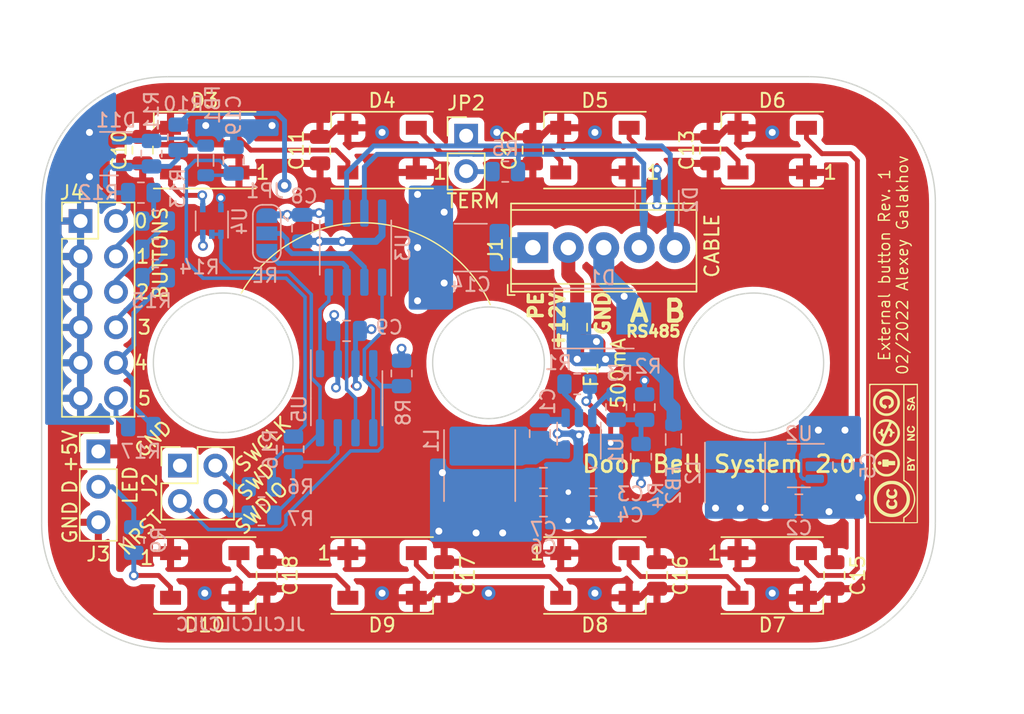
<source format=kicad_pcb>
(kicad_pcb (version 20211014) (generator pcbnew)
  (layers (0 "F.Cu" signal) (1 "In1.Cu" signal) (2 "In2.Cu" signal) (31 "B.Cu" signal) (34 "B.Paste" user) (35 "F.Paste" user) (36 "B.SilkS" user "B.Silkscreen") (37 "F.SilkS" user "F.Silkscreen") (38 "B.Mask" user) (39 "F.Mask" user) (44 "Edge.Cuts" user))
  (net 0 "")
  (net 1 "Net-(C1-Pad1)")
  (net 2 "/SWU1")
  (net 3 "+5VP")
  (net 4 "GND")
  (net 5 "/+12V_FUSED")
  (net 6 "/+12V")
  (net 7 "/NRST")
  (net 8 "/SWCLK")
  (net 9 "/SWDIO")
  (net 10 "/LED")
  (net 11 "/RTS")
  (net 12 "/~{RE}")
  (net 13 "/SWU2")
  (net 14 "Net-(R1-Pad2)")
  (net 15 "Net-(R2-Pad2)")
  (net 16 "Net-(R3-Pad1)")
  (net 17 "Net-(R6-Pad1)")
  (net 18 "/BUTTONS")
  (net 19 "/TXD")
  (net 20 "/RXD")
  (net 21 "VCC")
  (net 22 "Net-(D3-Pad2)")
  (net 23 "Net-(D5-Pad2)")
  (net 24 "Net-(D4-Pad2)")
  (net 25 "/PE")
  (net 26 "Net-(D7-Pad2)")
  (net 27 "Net-(D8-Pad2)")
  (net 28 "Net-(D10-Pad2)")
  (net 29 "Net-(D10-Pad4)")
  (net 30 "Net-(D6-Pad2)")
  (net 31 "/RS485_P")
  (net 32 "/RS485_N")
  (net 33 "/LEDDATA")
  (net 34 "/B0")
  (net 35 "/B1")
  (net 36 "/B2")
  (net 37 "/B3")
  (net 38 "/B4")
  (net 39 "/B5")
  (net 40 "Net-(R16-Pad2)")
  (net 41 "Net-(D1-Pad1)")
  (net 42 "Net-(D11-Pad1)")
  (net 43 "Net-(JP2-Pad2)")
  (footprint "LED_SMD:LED_WS2812B_PLCC4_5.0x5.0mm_P3.2mm" (layer "F.Cu") (at 160.62 115.26 180)
    (fp_text reference "D5")
    (fp_text value "WS2812B")
  )
  (footprint "TerminalBlock_Phoenix:TerminalBlock_Phoenix_MPT-0,5-5-2.54_1x05_P2.54mm_Horizontal" (layer "F.Cu") (at 156.175 122.245)
    (fp_text reference "J1")
    (fp_text value "CABLE")
  )
  (footprint "LED_SMD:LED_WS2812B_PLCC4_5.0x5.0mm_P3.2mm" (layer "F.Cu") (at 173.32 115.26 180)
    (fp_text reference "D6")
    (fp_text value "WS2812B")
  )
  (footprint "Capacitor_SMD:C_0805_2012Metric" (layer "F.Cu") (at 168.875 115.26 90)
    (fp_text reference "C13")
    (fp_text value "100n")
  )
  (footprint "LED_SMD:LED_WS2812B_PLCC4_5.0x5.0mm_P3.2mm" (layer "F.Cu") (at 145.38 115.26 180)
    (fp_text reference "D4")
    (fp_text value "WS2812B")
  )
  (footprint "Capacitor_SMD:C_0805_2012Metric" (layer "F.Cu") (at 156.175 115.26 90)
    (fp_text reference "C12")
    (fp_text value "100n")
  )
  (footprint "Capacitor_SMD:C_0805_2012Metric" (layer "F.Cu") (at 177.765 145.74 -90)
    (fp_text reference "C15")
    (fp_text value "100n")
  )
  (footprint "Capacitor_SMD:C_0805_2012Metric" (layer "F.Cu") (at 165.065 145.74 -90)
    (fp_text reference "C16")
    (fp_text value "100n")
  )
  (footprint "Fuse:Fuse_0805_2012Metric_Pad1.15x1.40mm_HandSolder" (layer "F.Cu") (at 159.35 127.951 -90)
    (fp_text reference "F1")
    (fp_text value "500mA")
  )
  (footprint "Capacitor_SMD:C_0805_2012Metric" (layer "F.Cu") (at 128.235 115.26 90)
    (fp_text reference "C10")
    (fp_text value "100n")
  )
  (footprint "LED_SMD:LED_WS2812B_PLCC4_5.0x5.0mm_P3.2mm" (layer "F.Cu") (at 145.38 145.74)
    (fp_text reference "D9")
    (fp_text value "WS2812B")
  )
  (footprint "w_logo:Logo_silk_CC-BY-NC-SA_10x3.6mm" (layer "F.Cu") (at 182 137 90)
    (fp_text reference "G***" hide)
    (fp_text value "LOGO" hide)
  )
  (footprint "Connector_PinHeader_2.54mm:PinHeader_1x03_P2.54mm_Vertical" (layer "F.Cu") (at 125.06 136.85)
    (fp_text reference "J3")
    (fp_text value "LED")
  )
  (footprint "Capacitor_SMD:C_0805_2012Metric" (layer "F.Cu") (at 137.125 145.74 -90)
    (fp_text reference "C18")
    (fp_text value "100n")
  )
  (footprint "LED_SMD:LED_WS2812B_PLCC4_5.0x5.0mm_P3.2mm" (layer "F.Cu") (at 132.68 115.26 180)
    (fp_text reference "D3")
    (fp_text value "WS2812B")
  )
  (footprint "LED_SMD:LED_WS2812B_PLCC4_5.0x5.0mm_P3.2mm" (layer "F.Cu") (at 173.32 145.74)
    (fp_text reference "D7")
    (fp_text value "WS2812B")
  )
  (footprint "Capacitor_SMD:C_0805_2012Metric" (layer "F.Cu") (at 140.935 115.26 90)
    (fp_text reference "C11")
    (fp_text value "100n")
  )
  (footprint "Connector_PinHeader_2.54mm:PinHeader_2x06_P2.54mm_Vertical" (layer "F.Cu") (at 123.785 120.34)
    (fp_text reference "J4")
    (fp_text value "BUTTONS")
  )
  (footprint "Capacitor_SMD:C_0805_2012Metric" (layer "F.Cu") (at 149.825 145.74 -90)
    (fp_text reference "C17")
    (fp_text value "100n")
  )
  (footprint "Connector_PinHeader_2.54mm:PinHeader_1x02_P2.54mm_Vertical" (layer "F.Cu") (at 151.4 114.225)
    (fp_text reference "JP2")
    (fp_text value "TERM")
  )
  (footprint "Connector_PinHeader_2.54mm:PinHeader_2x02_P2.54mm_Vertical" (layer "F.Cu") (at 130.902 137.866)
    (fp_text reference "J2")
    (fp_text value "SWD")
  )
  (footprint "LED_SMD:LED_WS2812B_PLCC4_5.0x5.0mm_P3.2mm" (layer "F.Cu") (at 160.62 145.74)
    (fp_text reference "D8")
    (fp_text value "WS2812B")
  )
  (footprint "LED_SMD:LED_WS2812B_PLCC4_5.0x5.0mm_P3.2mm" (layer "F.Cu") (at 132.68 145.74)
    (fp_text reference "D10")
    (fp_text value "WS2812B")
  )
  (footprint "Package_TO_SOT_SMD:SOT-353_SC-70-5" (layer "B.Cu") (at 133.188 120.34 90)
    (fp_text reference "U4")
    (fp_text value "74AHCT1G08")
  )
  (footprint "Inductor_SMD:L_0805_2012Metric" (layer "B.Cu") (at 132.75 116 -90)
    (fp_text reference "FB1")
    (fp_text value "FerriteBead" hide)
  )
  (footprint "Resistor_SMD:R_0805_2012Metric" (layer "B.Cu") (at 130.775 114.3475 -90)
    (fp_text reference "R10")
    (fp_text value "10k")
  )
  (footprint "Resistor_SMD:R_0805_2012Metric" (layer "B.Cu") (at 146.777 131.262 90)
    (fp_text reference "R8")
    (fp_text value "10k")
  )
  (footprint "Resistor_SMD:R_0805_2012Metric" (layer "B.Cu") (at 162.144 133.675 -90)
    (fp_text reference "R3")
    (fp_text value "59k")
  )
  (footprint "Package_TO_SOT_SMD:SOT-23" (layer "B.Cu") (at 125.822 115.514 180)
    (fp_text reference "D11")
    (fp_text value "PESD3V3S2UT")
  )
  (footprint "Resistor_SMD:R_0805_2012Metric" (layer "B.Cu") (at 129.124 124.404)
    (fp_text reference "R15")
    (fp_text value "2k4")
  )
  (footprint "Package_SO:SOIC-8_3.9x4.9mm_P1.27mm" (layer "B.Cu") (at 143.475 122.245 90)
    (fp_text reference "U3")
    (fp_text value "SP3485CN")
  )
  (footprint "Resistor_SMD:R_0805_2012Metric" (layer "B.Cu") (at 127.6 143.2 -90)
    (fp_text reference "R9")
    (fp_text value "470")
  )
  (footprint "Package_TO_SOT_SMD:SOT-23" (layer "B.Cu") (at 165.065 118.816 90)
    (fp_text reference "D2")
    (fp_text value "ESDCAN02")
  )
  (footprint "Capacitor_SMD:C_0805_2012Metric" (layer "B.Cu") (at 156.937 138.755)
    (fp_text reference "C7")
    (fp_text value "22µ")
  )
  (footprint "Resistor_SMD:R_0805_2012Metric" (layer "B.Cu") (at 128.87 115.514 -90)
    (fp_text reference "R11")
    (fp_text value "10k")
  )
  (footprint "Resistor_SMD:R_0805_2012Metric" (layer "B.Cu") (at 136.744 141.422 180)
    (fp_text reference "R7")
    (fp_text value "100")
  )
  (footprint "Resistor_SMD:R_0805_2012Metric" (layer "B.Cu") (at 136.744 139.39 180)
    (fp_text reference "R6")
    (fp_text value "100")
  )
  (footprint "Capacitor_SMD:C_0805_2012Metric" (layer "B.Cu") (at 134.75 116 -90)
    (fp_text reference "C19")
    (fp_text value "10n")
  )
  (footprint "Resistor_SMD:R_0805_2012Metric" (layer "B.Cu") (at 128.108 118.308)
    (fp_text reference "R12")
    (fp_text value "1k1")
  )
  (footprint "Capacitor_SMD:C_0805_2012Metric" (layer "B.Cu") (at 160.493 140.787 180)
    (fp_text reference "C4")
    (fp_text value "22µ 25V")
  )
  (footprint "Resistor_SMD:R_0805_2012Metric" (layer "B.Cu") (at 164.176 133.675 -90)
    (fp_text reference "R2")
    (fp_text value "40k2")
  )
  (footprint "Inductor_SMD:L_Coilcraft_XxL4030" (layer "B.Cu") (at 170.653 138.374 -90)
    (fp_text reference "L2")
    (fp_text value "10µ")
  )
  (footprint "Inductor_SMD:L_Taiyo-Yuden_NR-50xx" (layer "B.Cu") (at 152.365 137.866 -90)
    (fp_text reference "L1")
    (fp_text value "6µ8")
  )
  (footprint "Resistor_SMD:R_0805_2012Metric" (layer "B.Cu") (at 159.35 132.024 180)
    (fp_text reference "R1")
    (fp_text value "100k")
  )
  (footprint "Diode_SMD:D_SMB" (layer "B.Cu") (at 161.255 127.325)
    (fp_text reference "D1")
    (fp_text value "SM6T18A")
  )
  (footprint "Jumper:SolderJumper-3_P1.3mm_Open_RoundedPad1.0x1.5mm" (layer "B.Cu") (at 137.125 121.229 -90)
    (fp_text reference "JP1")
    (fp_text value "RE")
  )
  (footprint "Resistor_SMD:R_0805_2012Metric" (layer "B.Cu") (at 129.124 120.34)
    (fp_text reference "R13")
    (fp_text value "1k3")
  )
  (footprint "Inductor_SMD:L_0805_2012Metric" (layer "B.Cu") (at 166.25 136 -90)
    (fp_text reference "FB2")
    (fp_text value "FerriteBead" hide)
  )
  (footprint "Capacitor_SMD:C_0805_2012Metric" (layer "B.Cu") (at 175.225 140.66)
    (fp_text reference "C2")
    (fp_text value "22µ")
  )
  (footprint "Capacitor_SMD:C_0805_2012Metric" (layer "B.Cu") (at 139.665 120.848 -90)
    (fp_text reference "C8")
    (fp_text value "100n")
  )
  (footprint "Capacitor_SMD:C_0805_2012Metric" (layer "B.Cu") (at 156.937 140.787)
    (fp_text reference "C6")
    (fp_text value "22µ")
  )
  (footprint "Capacitor_SMD:C_1812_4532Metric" (layer "B.Cu") (at 151.73 122.245)
    (fp_text reference "C14")
    (fp_text value "Y")
  )
  (footprint "Resistor_SMD:R_0805_2012Metric" (layer "B.Cu") (at 128.108 135.072 180)
    (fp_text reference "R17")
    (fp_text value "3k3")
  )
  (footprint "Capacitor_SMD:C_0805_2012Metric" (layer "B.Cu") (at 142.84 128.214 180)
    (fp_text reference "C9")
    (fp_text value "100n")
  )
  (footprint "Package_TO_SOT_SMD:SOT-23-5" (layer "B.Cu") (at 175.225 137.866 180)
    (fp_text reference "U2")
    (fp_text value "TPS62203DBV")
  )
  (footprint "Capacitor_SMD:C_0805_2012Metric" (layer "B.Cu") (at 156.683 135.58 -90)
    (fp_text reference "C1")
    (fp_text value "1µ")
  )
  (footprint "Package_TO_SOT_SMD:TSOT-23-6" (layer "B.Cu") (at 159.477 135.58 90)
    (fp_text reference "U1")
    (fp_text value "AP65111AWU")
  )
  (footprint "Package_SO:SOIC-8_3.9x4.9mm_P1.27mm" (layer "B.Cu") (at 142.84 133.04 -90)
    (fp_text reference "U5")
    (fp_text value "STM32G030J")
  )
  (footprint "Capacitor_SMD:C_0805_2012Metric" (layer "B.Cu") (at 178.4 137.866 -90)
    (fp_text reference "C5")
    (fp_text value "22µ")
  )
  (footprint "Capacitor_SMD:C_0805_2012Metric" (layer "B.Cu") (at 160.493 138.755 180)
    (fp_text reference "C3")
    (fp_text value "22µ 25V")
  )
  (footprint "Resistor_SMD:R_0805_2012Metric" (layer "B.Cu") (at 139.03 136.6995 -90)
    (fp_text reference "R16")
    (fp_text value "10k")
  )
  (footprint "Resistor_SMD:R_0805_2012Metric" (layer "B.Cu") (at 163.922 137.231 -90)
    (fp_text reference "R4")
    (fp_text value "7k68")
  )
  (footprint "Resistor_SMD:R_0805_2012Metric" (layer "B.Cu") (at 129.124 122.372)
    (fp_text reference "R14")
    (fp_text value "1k8")
  )
  (footprint "Resistor_SMD:R_0805_2012Metric" (layer "B.Cu") (at 154.2 116.8)
    (fp_text reference "R5")
    (fp_text value "120")
  )
  (gr_arc (start 135.300001 125.5) (mid 144.468269 120.475195) (end 153.12821 126.332774) (layer "F.SilkS") (width 0.1))
  (gr_line locked (start 130 110) (end 176 110) (layer "Edge.Cuts") (width 0.1))
  (gr_circle locked (center 134 130.5) (end 134 125.5) (layer "Edge.Cuts") (width 0.1) (fill none))
  (gr_circle locked (center 172 130.5) (end 172 125.5) (layer "Edge.Cuts") (width 0.1) (fill none))
  (gr_arc locked (start 130 151) (mid 123.636039 148.363961) (end 121 142) (layer "Edge.Cuts") (width 0.1))
  (gr_arc locked (start 176 110) (mid 182.363961 112.636039) (end 185 119) (layer "Edge.Cuts") (width 0.1))
  (gr_line locked (start 121 119) (end 121 142) (layer "Edge.Cuts") (width 0.1))
  (gr_line locked (start 176 151) (end 130 151) (layer "Edge.Cuts") (width 0.1))
  (gr_circle locked (center 153 130.5) (end 153 126.5) (layer "Edge.Cuts") (width 0.1) (fill none))
  (gr_arc locked (start 185 142) (mid 182.363961 148.363961) (end 176 151) (layer "Edge.Cuts") (width 0.1))
  (gr_arc locked (start 121 119) (mid 123.636039 112.636039) (end 130 110) (layer "Edge.Cuts") (width 0.1))
  (gr_line locked (start 185 119) (end 185 142) (layer "Edge.Cuts") (width 0.1))
  (gr_text "JLCJLCJLCJLC" (at 135.25 149.25) (layer "B.SilkS") (effects (font (size 0.9 0.9) (thickness 0.16)) (justify mirror)))
  (gr_text "GND" (at 128.997 135.961 45) (layer "F.SilkS") (effects (font (size 1 1))))
  (gr_text "A" (at 163.795 126.8) (layer "F.SilkS") (effects (font (size 1.5 1.5) (thickness 0.3))))
  (gr_text "1" (at 128.235 122.88) (layer "F.SilkS") (effects (font (size 1 1))))
  (gr_text "RS485" (at 164.8 128.25) (layer "F.SilkS") (effects (font (size 0.8 0.8) (thickness 0.2))))
  (gr_text "GND" (at 123.028 141.93 90) (layer "F.SilkS") (effects (font (size 1 1))))
  (gr_text "4" (at 128.108 130.5) (layer "F.SilkS") (effects (font (size 1 1))))
  (gr_text "NRST" (at 128.108 142.692 45) (layer "F.SilkS") (effects (font (size 1 1))))
  (gr_text "GND" (at 161.2 126.95 90) (layer "F.SilkS") (effects (font (size 1 1) (thickness 0.25))))
  (gr_text "PE" (at 156.4 126.4 90) (layer "F.SilkS") (effects (font (size 1 1) (thickness 0.25))))
  (gr_text "0" (at 128.108 120.34) (layer "F.SilkS") (effects (font (size 1 1))))
  (gr_text "+12V" (at 157.95 127.5 90) (layer "F.SilkS") (effects (font (size 1 1) (thickness 0.25))))
  (gr_text "External button Rev. 1\n02/2022 Alexey Galakhov" (at 182 123.5 90) (layer "F.SilkS") (effects (font (size 0.8 0.8) (thickness 0.1))))
  (gr_text "Door Bell System 2.0\n" (at 169.5 137.75) (layer "F.SilkS") (effects (font (size 1.2 1.2) (thickness 0.2))))
  (gr_text "+5V" (at 123.028 136.85 90) (layer "F.SilkS") (effects (font (size 1 1))))
  (gr_text "SWDIO" (at 136.744 140.914 45) (layer "F.SilkS") (effects (font (size 1 1))))
  (gr_text "3" (at 128.362 127.96) (layer "F.SilkS") (effects (font (size 1 1))))
  (gr_text "B" (at 166.335 126.8) (layer "F.SilkS") (effects (font (size 1.5 1.5) (thickness 0.3))))
  (gr_text "2" (at 128.235 125.42) (layer "F.SilkS") (effects (font (size 1 1))))
  (gr_text "5" (at 128.362 133.04) (layer "F.SilkS") (effects (font (size 1 1))))
  (gr_text "D" (at 123.028 139.39 90) (layer "F.SilkS") (effects (font (size 1 1))))
  (gr_text "SWCLK" (at 136.871 136.342 45) (layer "F.SilkS") (effects (font (size 1 1))))
  (segment (start 158.3395 134.63) (end 158.527 134.4425) (width 0.5) (layer "B.Cu") (net 1))
  (segment (start 156.683 134.63) (end 158.3395 134.63) (width 0.5) (layer "B.Cu") (net 1))
  (segment (start 125.06 136.85) (end 127.6 136.85) (width 1) (layer "F.Cu") (net 3))
  (via (at 152.111 142.692) (size 1) (drill 0.5) (layers "F.Cu" "B.Cu") (net 3))
  (via (at 133.823 118.689) (size 0.7) (drill 0.4) (layers "F.Cu" "B.Cu") (net 3))
  (via (at 164.176 131.77) (size 0.7) (drill 0.4) (layers "F.Cu" "B.Cu") (net 3))
  (via (at 154.016 142.692) (size 1) (drill 0.5) (layers "F.Cu" "B.Cu") (net 3))
  (via (at 149.698 138.374) (size 1) (drill 0.5) (layers "F.Cu" "B.Cu") (net 3))
  (via (at 178.527 135.326) (size 1) (drill 0.5) (layers "F.Cu" "B.Cu") (net 3))
  (via (at 176.622 135.326) (size 1) (drill 0.5) (layers "F.Cu" "B.Cu") (net 3))
  (via (at 149.444 142.565) (size 1) (drill 0.5) (layers "F.Cu" "B.Cu") (net 3))
  (segment (start 175.54 138.816) (end 175.352 138.628) (width 0.25) (layer "B.Cu") (net 3))
  (segment (start 176.3625 138.816) (end 175.54 138.816) (width 0.25) (layer "B.Cu") (net 3))
  (segment (start 175.352 137.104) (end 175.54 136.916) (width 0.25) (layer "B.Cu") (net 3))
  (segment (start 175.54 136.916) (end 176.3625 136.916) (width 0.25) (layer "B.Cu") (net 3))
  (segment (start 175.352 138.628) (end 175.352 137.104) (width 0.25) (layer "B.Cu") (net 3))
  (segment (start 164.176 132.7625) (end 164.176 131.77) (width 0.35) (layer "B.Cu") (net 3))
  (segment (start 133.838 118.704) (end 133.823 118.689) (width 0.25) (layer "B.Cu") (net 3))
  (segment (start 133.838 119.39) (end 133.838 118.704) (width 0.25) (layer "B.Cu") (net 3))
  (segment (start 177.201 146.685) (end 177.77 146.685) (width 0.5) (layer "F.Cu") (net 4))
  (segment (start 135.13 147.34) (end 135.906 147.34) (width 0.5) (layer "F.Cu") (net 4))
  (segment (start 148.733 147.34) (end 149.383 146.69) (width 0.5) (layer "F.Cu") (net 4))
  (segment (start 170.865 113.665) (end 170.089 113.665) (width 0.5) (layer "F.Cu") (net 4))
  (segment (start 163.851 147.335) (end 164.501 146.685) (width 0.5) (layer "F.Cu") (net 4))
  (segment (start 130.225 113.665) (end 129.449 113.665) (width 0.5) (layer "F.Cu") (net 4))
  (segment (start 149.383 146.69) (end 149.952 146.69) (width 0.5) (layer "F.Cu") (net 4))
  (segment (start 147.957 147.34) (end 148.733 147.34) (width 0.5) (layer "F.Cu") (net 4))
  (segment (start 128.799 114.315) (end 128.23 114.315) (width 0.5) (layer "F.Cu") (net 4))
  (segment (start 176.551 147.335) (end 177.201 146.685) (width 0.5) (layer "F.Cu") (net 4))
  (segment (start 163.075 147.335) (end 163.851 147.335) (width 0.5) (layer "F.Cu") (net 4))
  (segment (start 169.439 114.315) (end 168.87 114.315) (width 0.5) (layer "F.Cu") (net 4))
  (segment (start 135.906 147.34) (end 136.556 146.69) (width 0.5) (layer "F.Cu") (net 4))
  (segment (start 141.499 114.315) (end 140.93 114.315) (width 0.5) (layer "F.Cu") (net 4))
  (segment (start 129.449 113.665) (end 128.799 114.315) (width 0.5) (layer "F.Cu") (net 4))
  (segment (start 157.389 113.665) (end 156.739 114.315) (width 0.5) (layer "F.Cu") (net 4))
  (segment (start 158.165 113.665) (end 157.389 113.665) (width 0.5) (layer "F.Cu") (net 4))
  (segment (start 156.739 114.315) (end 156.17 114.315) (width 0.5) (layer "F.Cu") (net 4))
  (segment (start 136.556 146.69) (end 137.125 146.69) (width 0.5) (layer "F.Cu") (net 4))
  (segment (start 175.775 147.335) (end 176.551 147.335) (width 0.5) (layer "F.Cu") (net 4))
  (segment (start 170.089 113.665) (end 169.439 114.315) (width 0.5) (layer "F.Cu") (net 4))
  (segment (start 142.925 113.665) (end 142.149 113.665) (width 0.5) (layer "F.Cu") (net 4))
  (segment (start 164.501 146.685) (end 165.07 146.685) (width 0.5) (layer "F.Cu") (net 4))
  (segment (start 142.149 113.665) (end 141.499 114.315) (width 0.5) (layer "F.Cu") (net 4))
  (via (at 173.32 147.01) (size 1) (drill 0.5) (layers "F.Cu" "B.Cu") (net 4))
  (via (at 162.7155 125.7375) (size 1) (drill 0.5) (layers "F.Cu" "B.Cu") (net 4))
  (via (at 173.32 113.99) (size 1) (drill 0.5) (layers "F.Cu" "B.Cu") (net 4))
  (via (at 160.62 113.99) (size 1) (drill 0.5) (layers "F.Cu" "B.Cu") (net 4))
  (via (at 179.5285 140.152) (size 1) (drill 0.5) (layers "F.Cu" "B.Cu") (net 4))
  (via (at 177.384 141.168) (size 1) (drill 0.5) (layers "F.Cu" "B.Cu") (net 4))
  (via (at 158.715 141.803) (size 0.7) (drill 0.4) (layers "F.Cu" "B.Cu") (net 4))
  (via (at 124.425 113.99) (size 1) (drill 0.5) (layers "F.Cu" "B.Cu") (net 4))
  (via (at 145.38 147.01) (size 1) (drill 0.5) (layers "F.Cu" "B.Cu") (net 4))
  (via (at 132.68 147.01) (size 1) (drill 0.5) (layers "F.Cu" "B.Cu") (net 4))
  (via (at 163.922 139.136) (size 0.7) (drill 0.4) (layers "F.Cu" "B.Cu") (net 4))
  (via (at 147.92 122.245) (size 1) (drill 0.5) (layers "F.Cu" "B.Cu") (net 4))
  (via (at 145.38 113.99) (size 1) (drill 0.5) (layers "F.Cu" "B.Cu") (net 4))
  (via (at 149.825 124.785) (size 1) (drill 0.5) (layers "F.Cu" "B.Cu") (net 4))
  (via (at 132.553 122.118) (size 0.7) (drill 0.4) (layers "F.Cu" "B.Cu") (net 4))
  (via (at 160.239 141.93) (size 0.7) (drill 0.4) (layers "F.Cu" "B.Cu") (net 4))
  (via (at 165.065 119.197) (size 0.7) (drill 0.4) (layers "F.Cu" "B.Cu") (net 4))
  (via (at 137.5 113.5) (size 1) (drill 0.5) (layers "F.Cu" "B.Cu") (net 4))
  (via (at 160.62 147.01) (size 1) (drill 0.5) (layers "F.Cu" "B.Cu") (net 4))
  (via (at 147.92 126.055) (size 1) (drill 0.5) (layers "F.Cu" "B.Cu") (net 4))
  (via (at 147.92 118.435) (size 1) (drill 0.5) (layers "F.Cu" "B.Cu") (net 4))
  (via (at 157.953 135.58) (size 0.7) (drill 0.4) (layers "F.Cu" "B.Cu") (net 4))
  (via (at 153 147.01) (size 1) (drill 0.5) (layers "F.Cu" "B.Cu") (net 4))
  (via (at 143.572788 132.153138) (size 0.7) (drill 0.4) (layers "F.Cu" "B.Cu") (net 4))
  (via (at 149.825 119.705) (size 1) (drill 0.5) (layers "F.Cu" "B.Cu") (net 4))
  (via (at 165.065 116.657) (size 0.7) (drill 0.4) (layers "F.Cu" "B.Cu") (net 4))
  (via (at 124.425 117.165) (size 1) (drill 0.5) (layers "F.Cu" "B.Cu") (net 4))
  (via (at 144.618 128.087) (size 0.7) (drill 0.4) (layers "F.Cu" "B.Cu") (net 4))
  (via (at 140.87 119.77) (size 0.7) (drill 0.4) (layers "F.Cu" "B.Cu") (net 4))
  (via (at 159.477 135.707) (size 0.7) (drill 0.4) (layers "F.Cu" "B.Cu") (net 4))
  (via (at 138.583 119.898) (size 0.7) (drill 0.4) (layers "F.Cu" "B.Cu") (net 4))
  (via (at 132.75 113.5) (size 1) (drill 0.5) (layers "F.Cu" "B.Cu") (net 4))
  (via (at 158.715 139.771) (size 0.7) (drill 0.4) (layers "F.Cu" "B.Cu") (net 4))
  (via (at 153.6 113.99) (size 1) (drill 0.5) (layers "F.Cu" "B.Cu") (net 4))
  (segment (start 163.405 126.427) (end 163.405 127.325) (width 1.5) (layer "B.Cu") (net 4))
  (segment (start 139.665 119.898) (end 138.583 119.898) (width 0.5) (layer "B.Cu") (net 4))
  (segment (start 141.57 119.77) (end 140.87 119.77) (width 0.5) (layer "B.Cu") (net 4))
  (segment (start 143.475 130.565) (end 143.475 132.05535) (width 0.35) (layer "B.Cu") (net 4))
  (segment (start 143.475 132.05535) (end 143.572788 132.153138) (width 0.35) (layer "B.Cu") (net 4))
  (segment (start 161.255 124.277) (end 162.7155 125.7375) (width 1.5) (layer "B.Cu") (net 4))
  (segment (start 132.538 122.103) (end 132.553 122.118) (width 0.35) (layer "B.Cu") (net 4))
  (segment (start 143.475 130.565) (end 143.475 128.529) (width 0.35) (layer "B.Cu") (net 4))
  (segment (start 161.255 122.245) (end 161.255 124.277) (width 1.5) (layer "B.Cu") (net 4))
  (segment (start 138.583 119.898) (end 137.156 119.898) (width 0.5) (layer "B.Cu") (net 4))
  (segment (start 140.87 119.77) (end 139.793 119.77) (width 0.5) (layer "B.Cu") (net 4))
  (segment (start 137.156 119.898) (end 137.125 119.929) (width 0.5) (layer "B.Cu") (net 4))
  (segment (start 165.065 117.4975) (end 165.065 119.197) (width 0.5) (layer "B.Cu") (net 4))
  (segment (start 162.7155 125.7375) (end 163.405 126.427) (width 1.5) (layer "B.Cu") (net 4))
  (segment (start 143.475 128.529) (end 143.79 128.214) (width 0.35) (layer "B.Cu") (net 4))
  (segment (start 132.538 121.29) (end 132.538 122.103) (width 0.35) (layer "B.Cu") (net 4))
  (segment (start 165.065 117.8785) (end 165.065 116.657) (width 0.5) (layer "B.Cu") (net 4))
  (segment (start 144.491 128.214) (end 144.618 128.087) (width 0.35) (layer "B.Cu") (net 4))
  (segment (start 163.922 138.1435) (end 163.922 139.136) (width 0.35) (layer "B.Cu") (net 4))
  (segment (start 139.793 119.77) (end 139.665 119.898) (width 0.5) (layer "B.Cu") (net 4))
  (segment (start 143.79 128.214) (end 144.491 128.214) (width 0.35) (layer "B.Cu") (net 4))
  (segment (start 161.75 135) (end 161.75 136.25) (width 0.35) (layer "F.Cu") (net 5))
  (segment (start 160 133.25) (end 161.75 135) (width 0.35) (layer "F.Cu") (net 5))
  (via (at 160 133.25) (size 0.7) (drill 0.4) (layers "F.Cu" "B.Cu") (net 5))
  (via (at 161.75 136.25) (size 0.7) (drill 0.4) (layers "F.Cu" "B.Cu") (net 5))
  (segment (start 161.89 140.914) (end 164.684 140.914) (width 1) (layer "B.Cu") (net 5))
  (segment (start 164.684 140.914) (end 166.25 139.348) (width 1) (layer "B.Cu") (net 5))
  (segment (start 160.2625 132.024) (end 160.2625 132.9875) (width 0.35) (layer "B.Cu") (net 5))
  (segment (start 160.2625 132.9875) (end 160 133.25) (width 0.35) (layer "B.Cu") (net 5))
  (segment (start 166.25 139.348) (end 166.25 137.0625) (width 1) (layer "B.Cu") (net 5))
  (segment (start 158.715 124.15) (end 158.715 122.245) (width 1) (layer "F.Cu") (net 6))
  (segment (start 159.35 126.926) (end 159.35 124.785) (width 1) (layer "F.Cu") (net 6))
  (segment (start 159.35 124.785) (end 158.715 124.15) (width 1) (layer "F.Cu") (net 6))
  (segment (start 146.777 132.1745) (end 145.285806 132.1745) (width 0.35) (layer "B.Cu") (net 7))
  (segment (start 130.902 140.406) (end 132.94252 142.44652) (width 0.25) (layer "B.Cu") (net 7))
  (segment (start 138.49352 142.109973) (end 138.49352 141.45048) (width 0.25) (layer "B.Cu") (net 7))
  (segment (start 145.36952 132.258214) (end 145.285806 132.1745) (width 0.25) (layer "B.Cu") (net 7))
  (segment (start 144.745 131.633694) (end 144.745 130.565) (width 0.35) (layer "B.Cu") (net 7))
  (segment (start 145.285806 132.1745) (end 144.745 131.633694) (width 0.35) (layer "B.Cu") (net 7))
  (segment (start 138.156973 142.44652) (end 138.49352 142.109973) (width 0.25) (layer "B.Cu") (net 7))
  (segment (start 145.36952 136.536552) (end 145.36952 132.258214) (width 0.25) (layer "B.Cu") (net 7))
  (segment (start 132.94252 142.44652) (end 138.156973 142.44652) (width 0.25) (layer "B.Cu") (net 7))
  (segment (start 145.091552 136.81452) (end 145.36952 136.536552) (width 0.25) (layer "B.Cu") (net 7))
  (segment (start 143.12948 136.81452) (end 145.091552 136.81452) (width 0.25) (layer "B.Cu") (net 7))
  (segment (start 138.49352 141.45048) (end 143.12948 136.81452) (width 0.25) (layer "B.Cu") (net 7))
  (segment (start 134.956 139.39) (end 135.8315 139.39) (width 0.35) (layer "B.Cu") (net 8))
  (segment (start 133.437 137.871) (end 134.956 139.39) (width 0.35) (layer "B.Cu") (net 8))
  (segment (start 135.8315 141.422) (end 134.448 141.422) (width 0.35) (layer "B.Cu") (net 9))
  (segment (start 134.448 141.422) (end 133.437 140.411) (width 0.35) (layer "B.Cu") (net 9))
  (segment (start 127.6 142.2875) (end 127.6 140.914) (width 0.35) (layer "B.Cu") (net 10))
  (segment (start 126.076 139.39) (end 125.06 139.39) (width 0.35) (layer "B.Cu") (net 10))
  (segment (start 127.6 140.914) (end 126.076 139.39) (width 0.35) (layer "B.Cu") (net 10))
  (segment (start 137.125 122.529) (end 137.96648 123.37048) (width 0.35) (layer "B.Cu") (net 11))
  (segment (start 143.475 133.04) (end 143.475 135.515) (width 0.25) (layer "B.Cu") (net 11))
  (segment (start 142.84 124.72) (end 142.84 132.405) (width 0.25) (layer "B.Cu") (net 11))
  (segment (start 142.84 132.405) (end 143.475 133.04) (width 0.25) (layer "B.Cu") (net 11))
  (segment (start 137.96648 123.37048) (end 142.56848 123.37048) (width 0.35) (layer "B.Cu") (net 11))
  (segment (start 142.56848 123.37048) (end 142.84 123.642) (width 0.35) (layer "B.Cu") (net 11))
  (segment (start 142.84 123.642) (end 142.84 124.72) (width 0.35) (layer "B.Cu") (net 11))
  (segment (start 144.11 124.72) (end 144.11 123.642) (width 0.35) (layer "B.Cu") (net 12))
  (segment (start 143.14052 122.67252) (end 138.931316 122.67252) (width 0.35) (layer "B.Cu") (net 12))
  (segment (start 138.56548 121.65348) (end 138.141 121.229) (width 0.35) (layer "B.Cu") (net 12))
  (segment (start 138.56548 122.306684) (end 138.56548 121.65348) (width 0.35) (layer "B.Cu") (net 12))
  (segment (start 138.931316 122.67252) (end 138.56548 122.306684) (width 0.35) (layer "B.Cu") (net 12))
  (segment (start 138.141 121.229) (end 137.125 121.229) (width 0.35) (layer "B.Cu") (net 12))
  (segment (start 144.11 123.642) (end 143.14052 122.67252) (width 0.35) (layer "B.Cu") (net 12))
  (segment (start 158.4375 132.7121) (end 158.4375 132.024) (width 0.35) (layer "B.Cu") (net 14))
  (segment (start 159.477 133.7516) (end 158.4375 132.7121) (width 0.35) (layer "B.Cu") (net 14))
  (segment (start 159.477 134.4425) (end 159.477 133.7516) (width 0.35) (layer "B.Cu") (net 14))
  (segment (start 163.922 136.3185) (end 163.922 134.8415) (width 0.35) (layer "B.Cu") (net 15))
  (segment (start 164.176 134.5875) (end 162.144 134.5875) (width 0.35) (layer "B.Cu") (net 15))
  (segment (start 163.922 134.8415) (end 164.176 134.5875) (width 0.35) (layer "B.Cu") (net 15))
  (segment (start 162.107 132.7625) (end 161.5121 132.7625) (width 0.35) (layer "B.Cu") (net 16))
  (segment (start 161.5121 132.7625) (end 160.427 133.8476) (width 0.35) (layer "B.Cu") (net 16))
  (segment (start 160.427 133.8476) (end 160.427 134.4425) (width 0.35) (layer "B.Cu") (net 16))
  (segment (start 134.550511 123.988511) (end 133.838 123.276) (width 0.25) (layer "B.Cu") (net 17))
  (segment (start 138.342027 136.77498) (end 137.6565 137.460507) (width 0.25) (layer "B.Cu") (net 17))
  (segment (start 138.691415 123.988511) (end 134.550511 123.988511) (width 0.25) (layer "B.Cu") (net 17))
  (segment (start 140.935 135.515) (end 139.67502 136.77498) (width 0.25) (layer "B.Cu") (net 17))
  (segment (start 133.838 121.29) (end 133.188 121.29) (width 0.25) (layer "B.Cu") (net 17))
  (segment (start 140.935 132.211072) (end 140.31048 131.586552) (width 0.25) (layer "B.Cu") (net 17))
  (segment (start 140.31048 131.586552) (end 140.310479 125.607575) (width 0.25) (layer "B.Cu") (net 17))
  (segment (start 139.67502 136.77498) (end 138.342027 136.77498) (width 0.25) (layer "B.Cu") (net 17))
  (segment (start 137.6565 137.460507) (end 137.6565 139.39) (width 0.25) (layer "B.Cu") (net 17))
  (segment (start 140.310479 125.607575) (end 138.691415 123.988511) (width 0.25) (layer "B.Cu") (net 17))
  (segment (start 133.838 123.276) (end 133.838 121.29) (width 0.25) (layer "B.Cu") (net 17))
  (segment (start 140.935 135.515) (end 140.935 132.211072) (width 0.25) (layer "B.Cu") (net 17))
  (segment (start 132.561622 124.438022) (end 131.3592 123.2356) (width 0.25) (layer "B.Cu") (net 18))
  (segment (start 134.7 116.95) (end 133.75 116) (width 0.25) (layer "B.Cu") (net 18))
  (segment (start 131.3592 123.2356) (end 131.3592 117.8592) (width 0.25) (layer "B.Cu") (net 18))
  (segment (start 131.3592 116.6408) (end 131.3592 117.8592) (width 0.25) (layer "B.Cu") (net 18))
  (segment (start 138.505222 124.438022) (end 132.561622 124.438022) (width 0.25) (layer "B.Cu") (net 18))
  (segment (start 139.860969 134.956031) (end 139.860969 125.793769) (width 0.25) (layer "B.Cu") (net 18))
  (segment (start 132 116) (end 131.3592 116.6408) (width 0.25) (layer "B.Cu") (net 18))
  (segment (start 133.75 116) (end 132 116) (width 0.25) (layer "B.Cu") (net 18))
  (segment (start 139.860969 125.793769) (end 138.505222 124.438022) (width 0.25) (layer "B.Cu") (net 18))
  (segment (start 134.6375 117.0625) (end 132.75 117.0625) (width 0.25) (layer "B.Cu") (net 18))
  (segment (start 139.03 135.787) (end 139.860969 134.956031) (width 0.25) (layer "B.Cu") (net 18))
  (segment (start 134.75 116.95) (end 134.7 116.95) (width 0.25) (layer "B.Cu") (net 18))
  (segment (start 134.75 116.95) (end 134.6375 117.0625) (width 0.25) (layer "B.Cu") (net 18))
  (segment (start 141.57 124.72) (end 141.57 126.055) (width 0.25) (layer "B.Cu") (net 19))
  (segment (start 140.935 126.69) (end 140.935 130.565) (width 0.25) (layer "B.Cu") (net 19))
  (segment (start 141.57 126.055) (end 140.935 126.69) (width 0.25) (layer "B.Cu") (net 19))
  (segment (start 145.38 128.283928) (end 145.38 124.72) (width 0.25) (layer "B.Cu") (net 20))
  (segment (start 144.11 131.70511) (end 144.11 129.553928) (width 0.25) (layer "B.Cu") (net 20))
  (segment (start 144.11 129.553928) (end 145.38 128.283928) (width 0.25) (layer "B.Cu") (net 20))
  (segment (start 144.745 135.515) (end 144.745 132.34011) (width 0.25) (layer "B.Cu") (net 20))
  (segment (start 144.745 132.34011) (end 144.11 131.70511) (width 0.25) (layer "B.Cu") (net 20))
  (via (at 141.951 127.071) (size 0.7) (drill 0.4) (layers "F.Cu" "B.Cu") (net 21))
  (via (at 146.777 129.484) (size 0.7) (drill 0.4) (layers "F.Cu" "B.Cu") (net 21))
  (via (at 142.078 132.278) (size 0.7) (drill 0.4) (layers "F.Cu" "B.Cu") (net 21))
  (via (at 138.395 117.8) (size 1) (drill 0.5) (layers "F.Cu" "B.Cu") (net 21))
  (via (at 169.256 140.914) (size 1) (drill 0.5) (layers "F.Cu" "B.Cu") (net 21))
  (via (at 140.874 121.798) (size 0.7) (drill 0.4) (layers "F.Cu" "B.Cu") (net 21))
  (via (at 171.034 140.914) (size 1) (drill 0.5) (layers "F.Cu" "B.Cu") (net 21))
  (via (at 142.525 121.798) (size 0.7) (drill 0.4) (layers "F.Cu" "B.Cu") (net 21))
  (via (at 172.812 140.914) (size 1) (drill 0.5) (layers "F.Cu" "B.Cu") (net 21))
  (segment (start 142.205 128.529) (end 141.89 128.214) (width 0.35) (layer "B.Cu") (net 21))
  (segment (start 142.205 130.565) (end 142.205 132.151) (width 0.35) (layer "B.Cu") (net 21))
  (segment (start 142.525 121.798) (end 140.874 121.798) (width 0.5) (layer "B.Cu") (net 21))
  (segment (start 131.584501 112.625499) (end 137.862231 112.625499) (width 0.35) (layer "B.Cu") (net 21))
  (segment (start 141.89 128.214) (end 141.89 127.132) (width 0.35) (layer "B.Cu") (net 21))
  (segment (start 144.938 121.798) (end 142.525 121.798) (width 0.5) (layer "B.Cu") (net 21))
  (segment (start 142.205 132.151) (end 142.078 132.278) (width 0.35) (layer "B.Cu") (net 21))
  (segment (start 138.395 113.158268) (end 138.395 117.8) (width 0.35) (layer "B.Cu") (net 21))
  (segment (start 130.775 113.435) (end 131.584501 112.625499) (width 0.35) (layer "B.Cu") (net 21))
  (segment (start 140.874 121.798) (end 139.665 121.798) (width 0.5) (layer "B.Cu") (net 21))
  (segment (start 146.777 130.3495) (end 146.777 129.484) (width 0.5) (layer "B.Cu") (net 21))
  (segment (start 145.38 119.77) (end 145.38 121.356) (width 0.5) (layer "B.Cu") (net 21))
  (segment (start 145.38 121.356) (end 144.938 121.798) (width 0.5) (layer "B.Cu") (net 21))
  (segment (start 137.862231 112.625499) (end 138.395 113.158268) (width 0.35) (layer "B.Cu") (net 21))
  (segment (start 142.205 130.565) (end 142.205 128.529) (width 0.35) (layer "B.Cu") (net 21))
  (segment (start 141.89 127.132) (end 141.951 127.071) (width 0.35) (layer "B.Cu") (net 21))
  (segment (start 135.982 115.26) (end 135.13 114.408) (width 0.35) (layer "F.Cu") (net 22))
  (segment (start 142.078 115.26) (end 135.982 115.26) (width 0.35) (layer "F.Cu") (net 22))
  (segment (start 135.13 114.408) (end 135.13 113.66) (width 0.35) (layer "F.Cu") (net 22))
  (segment (start 142.93 116.86) (end 142.93 116.112) (width 0.35) (layer "F.Cu") (net 22))
  (segment (start 142.93 116.112) (end 142.078 115.26) (width 0.35) (layer "F.Cu") (net 22))
  (segment (start 170.87 116.01) (end 170.04452 115.18452) (width 0.35) (layer "F.Cu") (net 23))
  (segment (start 163.84652 115.18452) (end 163.07 114.408) (width 0.35) (layer "F.Cu") (net 23))
  (segment (start 163.07 114.408) (end 163.07 113.66) (width 0.35) (layer "F.Cu") (net 23))
  (segment (start 170.87 116.86) (end 170.87 116.01) (width 0.35) (layer "F.Cu") (net 23))
  (segment (start 170.04452 115.18452) (end 163.84652 115.18452) (width 0.35) (layer "F.Cu") (net 23))
  (segment (start 158.17 116.01) (end 157.42 115.26) (width 0.35) (layer "F.Cu") (net 24))
  (segment (start 158.17 116.86) (end 158.17 116.01) (width 0.35) (layer "F.Cu") (net 24))
  (segment (start 157.42 115.26) (end 152.814022 115.26) (width 0.35) (layer "F.Cu") (net 24))
  (segment (start 152.624511 115.449511) (end 149.619511 115.449511) (width 0.35) (layer "F.Cu") (net 24))
  (segment (start 152.814022 115.26) (end 152.624511 115.449511) (width 0.35) (layer "F.Cu") (net 24))
  (segment (start 149.619511 115.449511) (end 147.83 113.66) (width 0.35) (layer "F.Cu") (net 24))
  (segment (start 156.175 122.245) (end 153.78 122.245) (width 1.5) (layer "B.Cu") (net 25))
  (segment (start 163.07 144.14) (end 163.07 144.99) (width 0.35) (layer "F.Cu") (net 26))
  (segment (start 163.89548 145.81548) (end 170.09348 145.81548) (width 0.35) (layer "F.Cu") (net 26))
  (segment (start 170.09348 145.81548) (end 170.87 146.592) (width 0.35) (layer "F.Cu") (net 26))
  (segment (start 170.87 146.592) (end 170.87 147.34) (width 0.35) (layer "F.Cu") (net 26))
  (segment (start 163.07 144.99) (end 163.89548 145.81548) (width 0.35) (layer "F.Cu") (net 26))
  (segment (start 157.39348 145.81548) (end 158.17 146.592) (width 0.35) (layer "F.Cu") (net 27))
  (segment (start 158.17 146.592) (end 158.17 147.34) (width 0.35) (layer "F.Cu") (net 27))
  (segment (start 147.83 144.99) (end 148.65548 145.81548) (width 0.35) (layer "F.Cu") (net 27))
  (segment (start 148.65548 145.81548) (end 157.39348 145.81548) (width 0.35) (layer "F.Cu") (net 27))
  (segment (start 147.83 144.14) (end 147.83 144.99) (width 0.35) (layer "F.Cu") (net 27))
  (segment (start 129.378 145.74) (end 127.6 145.74) (width 0.35) (layer "F.Cu") (net 28))
  (segment (start 130.23 147.34) (end 130.23 146.592) (width 0.35) (layer "F.Cu") (net 28))
  (segment (start 130.23 146.592) (end 129.378 145.74) (width 0.35) (layer "F.Cu") (net 28))
  (via (at 127.6 145.74) (size 0.7) (drill 0.4) (layers "F.Cu" "B.Cu") (net 28))
  (segment (start 127.6 144.1125) (end 127.6 145.74) (width 0.35) (layer "B.Cu") (net 28))
  (segment (start 142.078 145.74) (end 142.93 146.592) (width 0.35) (layer "F.Cu") (net 29))
  (segment (start 135.88 145.74) (end 142.078 145.74) (width 0.35) (layer "F.Cu") (net 29))
  (segment (start 135.13 144.14) (end 135.13 144.99) (width 0.35) (layer "F.Cu") (net 29))
  (segment (start 135.13 144.99) (end 135.88 145.74) (width 0.35) (layer "F.Cu") (net 29))
  (segment (start 142.93 146.592) (end 142.93 147.34) (width 0.35) (layer "F.Cu") (net 29))
  (segment (start 175.77 144.14) (end 175.77 144.888) (width 0.35) (layer "F.Cu") (net 30))
  (segment (start 176.622 145.74) (end 178.908 145.74) (width 0.35) (layer "F.Cu") (net 30))
  (segment (start 178.654 140.914) (end 178.654 139.39) (width 0.35) (layer "F.Cu") (net 30))
  (segment (start 176.876 115.514) (end 175.77 114.408) (width 0.35) (layer "F.Cu") (net 30))
  (segment (start 178.654 139.39) (end 179.416 138.628) (width 0.35) (layer "F.Cu") (net 30))
  (segment (start 179.416 145.232) (end 179.416 141.676) (width 0.35) (layer "F.Cu") (net 30))
  (segment (start 175.77 114.408) (end 175.77 113.66) (width 0.35) (layer "F.Cu") (net 30))
  (segment (start 179.416 116.022) (end 178.908 115.514) (width 0.35) (layer "F.Cu") (net 30))
  (segment (start 178.908 115.514) (end 176.876 115.514) (width 0.35) (layer "F.Cu") (net 30))
  (segment (start 175.77 144.888) (end 176.622 145.74) (width 0.35) (layer "F.Cu") (net 30))
  (segment (start 179.416 141.676) (end 178.654 140.914) (width 0.35) (layer "F.Cu") (net 30))
  (segment (start 179.416 138.628) (end 179.416 116.022) (width 0.35) (layer "F.Cu") (net 30))
  (segment (start 178.908 145.74) (end 179.416 145.232) (width 0.35) (layer "F.Cu") (net 30))
  (segment (start 142.84 116.8875) (end 144.7675 114.96) (width 0.35) (layer "B.Cu") (net 31))
  (segment (start 142.84 119.77) (end 142.84 116.8875) (width 0.35) (layer "B.Cu") (net 31))
  (segment (start 166.015 119.7535) (end 166.015 121.925) (width 0.5) (layer "B.Cu") (net 31))
  (segment (start 151.4 114.92) (end 151.44 114.96) (width 0.2) (layer "B.Cu") (net 31))
  (segment (start 151.4 114.225) (end 151.4 114.92) (width 0.2) (layer "B.Cu") (net 31))
  (segment (start 166.015 121.925) (end 166.335 122.245) (width 0.5) (layer "B.Cu") (net 31))
  (segment (start 165.4 114.96) (end 166.015 115.575) (width 0.35) (layer "B.Cu") (net 31))
  (segment (start 144.7675 114.96) (end 151.44 114.96) (width 0.35) (layer "B.Cu") (net 31))
  (segment (start 151.44 114.96) (end 165.4 114.96) (width 0.35) (layer "B.Cu") (net 31))
  (segment (start 166.015 115.575) (end 166.015 119.3725) (width 0.35) (layer "B.Cu") (net 31))
  (segment (start 150.873279 115.56) (end 150.89279 115.540489) (width 0.35) (layer "B.Cu") (net 32))
  (segment (start 164.115 116.215) (end 164.115 119.3725) (width 0.35) (layer "B.Cu") (net 32))
  (segment (start 144.11 116.466029) (end 145.016029 115.56) (width 0.35) (layer "B.Cu") (net 32))
  (segment (start 164.115 119.7535) (end 164.115 121.925) (width 0.5) (layer "B.Cu") (net 32))
  (segment (start 155.14 115.56) (end 155.14 116.7725) (width 0.35) (layer "B.Cu") (net 32))
  (segment (start 151.926721 115.56) (end 155.14 115.56) (width 0.35) (layer "B.Cu") (net 32))
  (segment (start 145.016029 115.56) (end 150.873279 115.56) (width 0.35) (layer "B.Cu") (net 32))
  (segment (start 151.90721 115.540489) (end 151.926721 115.56) (width 0.35) (layer "B.Cu") (net 32))
  (segment (start 164.115 121.925) (end 163.795 122.245) (width 0.5) (layer "B.Cu") (net 32))
  (segment (start 163.46 115.56) (end 164.115 116.215) (width 0.35) (layer "B.Cu") (net 32))
  (segment (start 155.14 116.7725) (end 155.1125 116.8) (width 0.35) (layer "B.Cu") (net 32))
  (segment (start 155.14 115.56) (end 163.46 115.56) (width 0.35) (layer "B.Cu") (net 32))
  (segment (start 144.11 119.77) (end 144.11 116.466029) (width 0.35) (layer "B.Cu") (net 32))
  (segment (start 150.89279 115.540489) (end 151.90721 115.540489) (width 0.35) (layer "B.Cu") (net 32))
  (segment (start 131 118.5) (end 132.5 118.5) (width 0.35) (layer "F.Cu") (net 33))
  (segment (start 130.23 116.86) (end 130.23 117.73) (width 0.35) (layer "F.Cu") (net 33))
  (segment (start 130.23 117.73) (end 131 118.5) (width 0.35) (layer "F.Cu") (net 33))
  (via (at 132.5 118.5) (size 0.7) (drill 0.4) (layers "F.Cu" "B.Cu") (net 33))
  (segment (start 132.538 118.538) (end 132.5 118.5) (width 0.35) (layer "B.Cu") (net 33))
  (segment (start 132.538 119.39) (end 132.538 118.538) (width 0.35) (layer "B.Cu") (net 33))
  (segment (start 125.888 116.464) (end 125.568 116.784) (width 0.35) (layer "B.Cu") (net 34))
  (segment (start 126.7595 116.464) (end 125.888 116.464) (width 0.35) (layer "B.Cu") (net 34))
  (segment (start 125.568 117.8) (end 126.076 118.308) (width 0.35) (layer "B.Cu") (net 34))
  (segment (start 127.1955 118.308) (end 127.1955 119.4695) (width 0.35) (layer "B.Cu") (net 34))
  (segment (start 127.1955 119.4695) (end 126.325 120.34) (width 0.35) (layer "B.Cu") (net 34))
  (segment (start 130.197485 116.4265) (end 130.775 115.848985) (width 0.35) (layer "B.Cu") (net 34))
  (segment (start 128.87 116.4265) (end 130.197485 116.4265) (width 0.35) (layer "B.Cu") (net 34))
  (segment (start 130.775 115.848985) (end 130.775 115.26) (width 0.35) (layer "B.Cu") (net 34))
  (segment (start 125.568 116.784) (end 125.568 117.8) (width 0.35) (layer "B.Cu") (net 34))
  (segment (start 126.076 118.308) (end 127.1955 118.308) (width 0.35) (layer "B.Cu") (net 34))
  (segment (start 126.7595 116.464) (end 128.8325 116.464) (width 0.35) (layer "B.Cu") (net 34))
  (segment (start 128.8325 116.464) (end 128.87 116.4265) (width 0.35) (layer "B.Cu") (net 34))
  (segment (start 126.325 122.2265) (end 126.325 122.88) (width 0.35) (layer "B.Cu") (net 35))
  (segment (start 129.0205 119.9355) (end 128.616 120.34) (width 0.35) (layer "B.Cu") (net 35))
  (segment (start 128.616 120.34) (end 128.2115 120.34) (width 0.35) (layer "B.Cu") (net 35))
  (segment (start 129.0205 118.308) (end 129.0205 119.9355) (width 0.35) (layer "B.Cu") (net 35))
  (segment (start 128.2115 120.34) (end 126.325 122.2265) (width 0.35) (layer "B.Cu") (net 35))
  (segment (start 130.0365 120.34) (end 130.0365 120.4435) (width 0.35) (layer "B.Cu") (net 36))
  (segment (start 126.325 125.42) (end 126.325 124.611721) (width 0.35) (layer "B.Cu") (net 36))
  (segment (start 128.2115 122.725221) (end 128.2115 122.372) (width 0.35) (layer "B.Cu") (net 36))
  (segment (start 130.0365 120.4435) (end 128.2115 122.2685) (width 0.35) (layer "B.Cu") (net 36))
  (segment (start 126.325 124.611721) (end 128.2115 122.725221) (width 0.35) (layer "B.Cu") (net 36))
  (segment (start 128.2115 122.2685) (end 128.2115 122.372) (width 0.35) (layer "B.Cu") (net 36))
  (segment (start 130.0365 122.372) (end 130.0365 122.579) (width 0.35) (layer "B.Cu") (net 37))
  (segment (start 130.0365 122.579) (end 128.2115 124.404) (width 0.35) (layer "B.Cu") (net 37))
  (segment (start 128.2115 124.404) (end 128.2115 125.555374) (width 0.35) (layer "B.Cu") (net 37))
  (segment (start 128.2115 125.555374) (end 126.325 127.441874) (width 0.35) (layer "B.Cu") (net 37))
  (segment (start 126.325 127.441874) (end 126.325 127.96) (width 0.35) (layer "B.Cu") (net 37))
  (segment (start 127.549511 131.724511) (end 126.325 130.5) (width 0.35) (layer "B.Cu") (net 38))
  (segment (start 126.325 130.5) (end 127.6 129.225) (width 0.35) (layer "B.Cu") (net 38))
  (segment (start 127.6 126.944) (end 130.0365 124.5075) (width 0.35) (layer "B.Cu") (net 38))
  (segment (start 129.0205 135.072) (end 127.549511 133.601011) (width 0.35) (layer "B.Cu") (net 38))
  (segment (start 127.6 129.225) (end 127.6 126.944) (width 0.35) (layer "B.Cu") (net 38))
  (segment (start 127.549511 133.601011) (end 127.549511 131.724511) (width 0.35) (layer "B.Cu") (net 38))
  (segment (start 130.0365 124.5075) (end 130.0365 124.404) (width 0.35) (layer "B.Cu") (net 38))
  (segment (start 127.1955 135.072) (end 127.092 135.072) (width 0.35) (layer "B.Cu") (net 39))
  (segment (start 127.092 135.072) (end 126.325 134.305) (width 0.35) (layer "B.Cu") (net 39))
  (segment (start 126.325 134.305) (end 126.325 133.04) (width 0.35) (layer "B.Cu") (net 39))
  (segment (start 142.205 135.515) (end 142.205 136.977) (width 0.25) (layer "B.Cu") (net 40))
  (segment (start 142.205 136.977) (end 141.57 137.612) (width 0.25) (layer "B.Cu") (net 40))
  (segment (start 139.03 140.0485) (end 137.6565 141.422) (width 0.25) (layer "B.Cu") (net 40))
  (segment (start 141.57 137.612) (end 139.03 137.612) (width 0.25) (layer "B.Cu") (net 40))
  (segment (start 139.03 137.612) (end 139.03 140.0485) (width 0.25) (layer "B.Cu") (net 40))
  (segment (start 159.35 128.976) (end 159.35 130.246) (width 1) (layer "F.Cu") (net 41))
  (segment (start 160.874 130.246) (end 160.874 129.118285) (width 1) (layer "F.Cu") (net 41))
  (segment (start 160.731715 128.976) (end 159.35 128.976) (width 1) (layer "F.Cu") (net 41))
  (segment (start 161.382 130.246) (end 160.874 130.246) (width 1) (layer "F.Cu") (net 41))
  (segment (start 160.874 129.118285) (end 160.731715 128.976) (width 1) (layer "F.Cu") (net 41))
  (segment (start 160.874 130.246) (end 159.35 130.246) (width 1) (layer "F.Cu") (net 41))
  (via (at 160.731715 128.976) (size 1) (drill 0.5) (layers "F.Cu" "B.Cu") (net 41))
  (via (at 161.382 130.246) (size 1) (drill 0.5) (layers "F.Cu" "B.Cu") (net 41))
  (via (at 159.35 130.246) (size 1) (drill 0.5) (layers "F.Cu" "B.Cu") (net 41))
  (segment (start 160.731715 130.134285) (end 160.62 130.246) (width 1) (layer "B.Cu") (net 41))
  (segment (start 159.105 130.001) (end 159.35 130.246) (width 1) (layer "B.Cu") (net 41))
  (segment (start 160.731715 128.976) (end 160.731715 130.134285) (width 1) (layer "B.Cu") (net 41))
  (segment (start 160.874 130.7305) (end 160.874 129.103) (width 0.35) (layer "B.Cu") (net 41))
  (segment (start 161.382 130.246) (end 164.246 130.246) (width 1) (layer "B.Cu") (net 41))
  (segment (start 159.105 128.967) (end 159.105 130.001) (width 1) (layer "B.Cu") (net 41))
  (segment (start 165.75 133.25) (end 166.25 133.75) (width 1) (layer "B.Cu") (net 41))
  (segment (start 159.123 128.985) (end 159.105 128.967) (width 1) (layer "B.Cu") (net 41))
  (segment (start 160.731715 128.976) (end 159.132 128.976) (width 1) (layer "B.Cu") (net 41))
  (segment (start 166.25 133.75) (end 166.25 134.9375) (width 1) (layer "B.Cu") (net 41))
  (segment (start 159.132 128.976) (end 159.123 128.985) (width 1) (layer "B.Cu") (net 41))
  (segment (start 164.246 130.246) (end 165.75 131.75) (width 1) (layer "B.Cu") (net 41))
  (segment (start 160.62 130.246) (end 161.382 130.246) (width 1) (layer "B.Cu") (net 41))
  (segment (start 159.105 127.325) (end 159.105 128.967) (width 1) (layer "B.Cu") (net 41))
  (segment (start 165.75 131.75) (end 165.75 133.25) (width 1) (layer "B.Cu") (net 41))
  (segment (start 159.35 130.246) (end 160.62 130.246) (width 1) (layer "B.Cu") (net 41))
  (segment (start 129.04852 114.42298) (end 128.87 114.6015) (width 0.25) (layer "B.Cu") (net 42))
  (segment (start 132.75 114.9375) (end 131.977493 114.9375) (width 0.25) (layer "B.Cu") (net 42))
  (segment (start 131.977493 114.9375) (end 131.462973 114.42298) (width 0.25) (layer "B.Cu") (net 42))
  (segment (start 131.462973 114.42298) (end 129.04852 114.42298) (width 0.25) (layer "B.Cu") (net 42))
  (segment (start 126.7595 114.564) (end 128.8325 114.564) (width 0.35) (layer "B.Cu") (net 42))
  (segment (start 128.8325 114.564) (end 128.87 114.6015) (width 0.35) (layer "B.Cu") (net 42))
  (segment (start 153.2875 116.8) (end 151.435 116.8) (width 0.35) (layer "B.Cu") (net 43))
  (segment (start 151.435 116.8) (end 151.4 116.765) (width 0.35) (layer "B.Cu") (net 43))
  (zone (net 4) (net_name "GND") (layer "F.Cu") (priority 10) (connect_pads (clearance 0.45)) (min_thickness 0.254) (fill yes (thermal_gap 0.508) (thermal_bridge_width 0.508))
    (polygon (pts (xy 186.02 152.09) (xy 119.98 152.09) (xy 119.98 108.91) (xy 186.02 108.91)))
  )
  (zone (net 3) (net_name "+5VP") (layer "F.Cu") (priority 30) (connect_pads (clearance 0.45)) (min_thickness 0.254) (fill yes (thermal_gap 0.508) (thermal_bridge_width 0.508) (smoothing fillet) (radius 0.2))
    (polygon (pts (xy 179.67 145.486) (xy 126.33 145.486) (xy 126.33 115.514) (xy 179.67 115.514)))
  )
  (zone (net 4) (net_name "GND") (layer "B.Cu") (priority 20) (connect_pads thru_hole_only (clearance 0.25)) (min_thickness 0.254) (fill yes (thermal_gap 0.508) (thermal_bridge_width 0.508) (smoothing fillet) (radius 0.2))
    (polygon (pts (xy 126.33 134.945) (xy 120.615 134.945) (xy 120.615 110.815) (xy 126.33 110.815)))
  )
  (zone (net 3) (net_name "+5VP") (layer "B.Cu") (priority 20) (connect_pads yes (clearance 0.25)) (min_thickness 0.254) (fill yes (thermal_gap 0.508) (thermal_bridge_width 0.508) (smoothing fillet) (radius 0.2))
    (polygon (pts (xy 179.67 137.358) (xy 175.225 137.358) (xy 175.225 134.31) (xy 179.67 134.31)))
  )
  (zone (net 2) (net_name "/SWU1") (layer "B.Cu") (priority 40) (connect_pads yes (clearance 0.25)) (min_thickness 0.254) (fill yes (thermal_gap 0.508) (thermal_bridge_width 0.508) (smoothing fillet) (radius 0.2))
    (polygon (pts (xy 157.064 135.072) (xy 158.08 136.088) (xy 158.842 136.088) (xy 158.842 137.358) (xy 157.064 137.358) (xy 156.302 137.866) (xy 150.206 137.866) (xy 150.206 135.072)))
  )
  (zone (net 21) (net_name "VCC") (layer "B.Cu") (priority 20) (connect_pads yes (clearance 0.25)) (min_thickness 0.254) (fill yes (thermal_gap 0.508) (thermal_bridge_width 0.508) (smoothing fillet) (radius 0.2))
    (polygon (pts (xy 175.098 141.676) (xy 168.494 141.676) (xy 168.494 138.374) (xy 175.098 138.374)))
  )
  (zone (net 13) (net_name "/SWU2") (layer "B.Cu") (priority 40) (connect_pads yes (clearance 0.25)) (min_thickness 0.254) (fill yes (thermal_gap 0.508) (thermal_bridge_width 0.508) (smoothing fillet) (radius 0.2))
    (polygon (pts (xy 175.098 138.12) (xy 168.494 138.12) (xy 168.494 136.088) (xy 175.098 136.088)))
  )
  (zone (net 3) (net_name "+5VP") (layer "B.Cu") (priority 20) (connect_pads yes (clearance 0.25)) (min_thickness 0.254) (fill yes (thermal_gap 0.508) (thermal_bridge_width 0.508) (smoothing fillet) (radius 0.2))
    (polygon (pts (xy 156.81 137.358) (xy 156.81 143.327) (xy 148.809 143.327) (xy 148.809 137.358)))
  )
  (zone (net 4) (net_name "GND") (layer "B.Cu") (priority 10) (connect_pads yes (clearance 0.25)) (min_thickness 0.254) (fill yes (thermal_gap 0.508) (thermal_bridge_width 0.508) (smoothing fillet) (radius 0.2))
    (polygon (pts (xy 157.826 137.358) (xy 157.826 133.548) (xy 161.128 133.548) (xy 161.128 142.438) (xy 156.81 142.438) (xy 156.81 137.358)))
  )
  (zone (net 4) (net_name "GND") (layer "B.Cu") (priority 1) (connect_pads yes (clearance 0.25)) (min_thickness 0.254) (fill yes (thermal_gap 0.508) (thermal_bridge_width 0.508) (smoothing fillet) (radius 0.2))
    (polygon (pts (xy 150.46 126.69) (xy 147.285 126.69) (xy 147.285 117.8) (xy 150.46 117.8)))
  )
  (zone (net 4) (net_name "GND") (layer "B.Cu") (connect_pads (clearance 0.25)) (min_thickness 0.254) (fill yes (thermal_gap 0.25) (thermal_bridge_width 0.508))
    (polygon (pts (xy 138 114.25) (xy 136.5 114.25) (xy 135.5 115.25) (xy 132 115.25) (xy 132 112.5) (xy 138 112.5)))
  )
  (zone (net 4) (net_name "GND") (layer "B.Cu") (priority 10) (connect_pads yes (clearance 0.25)) (min_thickness 0.254) (fill yes (thermal_gap 0.508) (thermal_bridge_width 0.508) (smoothing fillet) (radius 0.2))
    (polygon (pts (xy 179.924 141.676) (xy 175.352 141.676) (xy 175.352 137.612) (xy 179.924 137.612)))
  )
  (zone (net 5) (net_name "/+12V_FUSED") (layer "B.Cu") (priority 30) (connect_pads yes (clearance 0.35)) (min_thickness 0.254) (fill yes (thermal_gap 0.508) (thermal_bridge_width 0.508) (smoothing fillet) (radius 0.2))
    (polygon (pts (xy 162.652 135.58) (xy 162.652 141.93) (xy 160.62 141.93) (xy 160.62 138.12) (xy 160.112 137.612) (xy 160.112 135.58)))
  )
)
</source>
